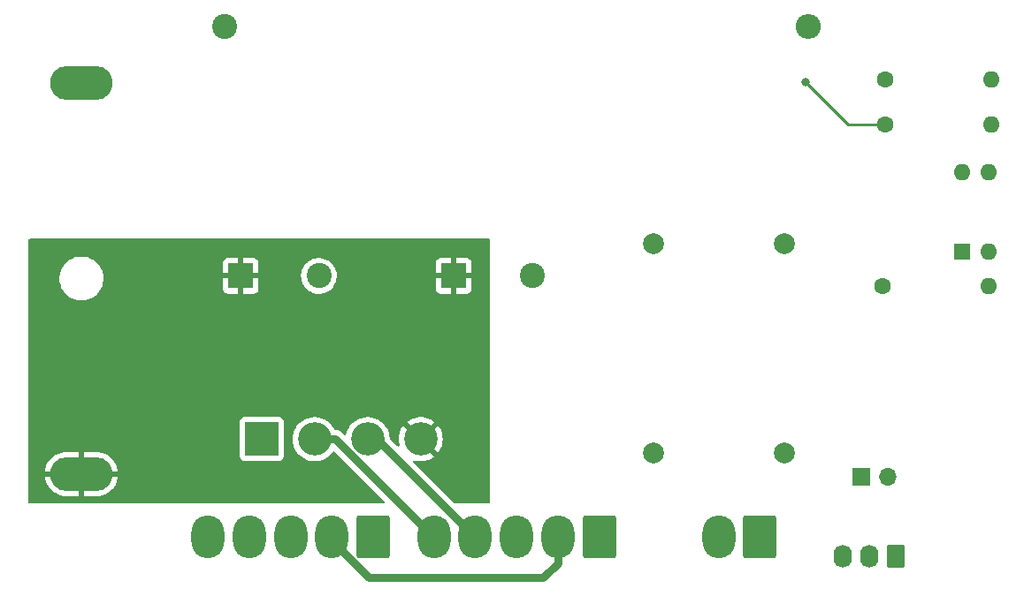
<source format=gbr>
%TF.GenerationSoftware,KiCad,Pcbnew,(6.0.1)*%
%TF.CreationDate,2022-01-30T10:49:48+01:00*%
%TF.ProjectId,board_shakercontrol,626f6172-645f-4736-9861-6b6572636f6e,rev?*%
%TF.SameCoordinates,Original*%
%TF.FileFunction,Copper,L2,Bot*%
%TF.FilePolarity,Positive*%
%FSLAX46Y46*%
G04 Gerber Fmt 4.6, Leading zero omitted, Abs format (unit mm)*
G04 Created by KiCad (PCBNEW (6.0.1)) date 2022-01-30 10:49:48*
%MOMM*%
%LPD*%
G01*
G04 APERTURE LIST*
G04 Aperture macros list*
%AMRoundRect*
0 Rectangle with rounded corners*
0 $1 Rounding radius*
0 $2 $3 $4 $5 $6 $7 $8 $9 X,Y pos of 4 corners*
0 Add a 4 corners polygon primitive as box body*
4,1,4,$2,$3,$4,$5,$6,$7,$8,$9,$2,$3,0*
0 Add four circle primitives for the rounded corners*
1,1,$1+$1,$2,$3*
1,1,$1+$1,$4,$5*
1,1,$1+$1,$6,$7*
1,1,$1+$1,$8,$9*
0 Add four rect primitives between the rounded corners*
20,1,$1+$1,$2,$3,$4,$5,0*
20,1,$1+$1,$4,$5,$6,$7,0*
20,1,$1+$1,$6,$7,$8,$9,0*
20,1,$1+$1,$8,$9,$2,$3,0*%
G04 Aperture macros list end*
%TA.AperFunction,ComponentPad*%
%ADD10C,1.600000*%
%TD*%
%TA.AperFunction,ComponentPad*%
%ADD11O,1.600000X1.600000*%
%TD*%
%TA.AperFunction,ComponentPad*%
%ADD12R,3.200000X3.200000*%
%TD*%
%TA.AperFunction,ComponentPad*%
%ADD13C,3.200000*%
%TD*%
%TA.AperFunction,ComponentPad*%
%ADD14O,6.000000X3.250000*%
%TD*%
%TA.AperFunction,ComponentPad*%
%ADD15R,2.400000X2.400000*%
%TD*%
%TA.AperFunction,ComponentPad*%
%ADD16C,2.400000*%
%TD*%
%TA.AperFunction,ComponentPad*%
%ADD17O,2.400000X2.400000*%
%TD*%
%TA.AperFunction,ComponentPad*%
%ADD18RoundRect,0.250000X0.620000X0.845000X-0.620000X0.845000X-0.620000X-0.845000X0.620000X-0.845000X0*%
%TD*%
%TA.AperFunction,ComponentPad*%
%ADD19O,1.740000X2.190000*%
%TD*%
%TA.AperFunction,ComponentPad*%
%ADD20RoundRect,0.250000X1.330000X1.800000X-1.330000X1.800000X-1.330000X-1.800000X1.330000X-1.800000X0*%
%TD*%
%TA.AperFunction,ComponentPad*%
%ADD21O,3.160000X4.100000*%
%TD*%
%TA.AperFunction,ComponentPad*%
%ADD22R,1.600000X1.600000*%
%TD*%
%TA.AperFunction,ComponentPad*%
%ADD23R,1.700000X1.700000*%
%TD*%
%TA.AperFunction,ComponentPad*%
%ADD24O,1.700000X1.700000*%
%TD*%
%TA.AperFunction,ComponentPad*%
%ADD25C,2.000000*%
%TD*%
%TA.AperFunction,ViaPad*%
%ADD26C,0.800000*%
%TD*%
%TA.AperFunction,Conductor*%
%ADD27C,0.762000*%
%TD*%
%TA.AperFunction,Conductor*%
%ADD28C,0.254000*%
%TD*%
G04 APERTURE END LIST*
D10*
%TO.P,R1,1*%
%TO.N,GND*%
X133604000Y-70358000D03*
D11*
%TO.P,R1,2*%
%TO.N,Net-(R1-Pad2)*%
X143764000Y-70358000D03*
%TD*%
D12*
%TO.P,D1,1,-*%
%TO.N,GND*%
X74138000Y-84994000D03*
D13*
%TO.P,D1,2*%
%TO.N,/16VAC2*%
X79218000Y-84994000D03*
%TO.P,D1,3*%
%TO.N,/16VAC1*%
X84298000Y-84994000D03*
%TO.P,D1,4,+*%
%TO.N,/VIN*%
X89378000Y-84994000D03*
%TD*%
D14*
%TO.P,F1,1*%
%TO.N,/VIN*%
X56896000Y-88346000D03*
%TO.P,F1,2*%
%TO.N,VCC*%
X56896000Y-50846000D03*
%TD*%
D10*
%TO.P,R3,1*%
%TO.N,Net-(Q1-Pad1)*%
X133858000Y-54864000D03*
D11*
%TO.P,R3,2*%
%TO.N,GND*%
X144018000Y-54864000D03*
%TD*%
D15*
%TO.P,C1,1*%
%TO.N,/VIN*%
X92534220Y-69342000D03*
D16*
%TO.P,C1,2*%
%TO.N,GND*%
X100034220Y-69342000D03*
%TD*%
%TO.P,R4,1*%
%TO.N,VCC*%
X70612000Y-45466000D03*
D17*
%TO.P,R4,2*%
%TO.N,Net-(L1-Pad1)*%
X126492000Y-45466000D03*
%TD*%
D18*
%TO.P,J3,1,Pin_1*%
%TO.N,GND*%
X134874000Y-96246000D03*
D19*
%TO.P,J3,2,Pin_2*%
%TO.N,Net-(J3-Pad2)*%
X132334000Y-96246000D03*
%TO.P,J3,3,Pin_3*%
%TO.N,Net-(J3-Pad3)*%
X129794000Y-96246000D03*
%TD*%
D20*
%TO.P,J1,1,Pin_1*%
%TO.N,Net-(J1-Pad1)*%
X106472000Y-94383000D03*
D21*
%TO.P,J1,2,Pin_2*%
%TO.N,Net-(J1-Pad2)*%
X102512000Y-94383000D03*
%TO.P,J1,3,Pin_3*%
%TO.N,Net-(J1-Pad3)*%
X98552000Y-94383000D03*
%TO.P,J1,4,Pin_4*%
%TO.N,/16VAC1*%
X94592000Y-94383000D03*
%TO.P,J1,5,Pin_5*%
%TO.N,/16VAC2*%
X90632000Y-94383000D03*
%TD*%
D22*
%TO.P,U2,1*%
%TO.N,Net-(J3-Pad2)*%
X141224000Y-67056000D03*
D11*
%TO.P,U2,2*%
%TO.N,Net-(R1-Pad2)*%
X143764000Y-67056000D03*
%TO.P,U2,3*%
%TO.N,GND*%
X143764000Y-59436000D03*
%TO.P,U2,4*%
%TO.N,Net-(Q1-Pad1)*%
X141224000Y-59436000D03*
%TD*%
D10*
%TO.P,R2,1*%
%TO.N,VCC*%
X133858000Y-50546000D03*
D11*
%TO.P,R2,2*%
%TO.N,Net-(Q1-Pad1)*%
X144018000Y-50546000D03*
%TD*%
D23*
%TO.P,JP1,1,A*%
%TO.N,Net-(J3-Pad3)*%
X131567000Y-88646000D03*
D24*
%TO.P,JP1,2,B*%
%TO.N,+5V*%
X134107000Y-88646000D03*
%TD*%
D20*
%TO.P,J2,1,Pin_1*%
%TO.N,Net-(J1-Pad1)*%
X84836000Y-94383000D03*
D21*
%TO.P,J2,2,Pin_2*%
%TO.N,Net-(J1-Pad2)*%
X80876000Y-94383000D03*
%TO.P,J2,3,Pin_3*%
%TO.N,Net-(J1-Pad3)*%
X76916000Y-94383000D03*
%TO.P,J2,4,Pin_4*%
%TO.N,/16VAC1*%
X72956000Y-94383000D03*
%TO.P,J2,5,Pin_5*%
%TO.N,/16VAC2*%
X68996000Y-94383000D03*
%TD*%
D20*
%TO.P,J4,1,Pin_1*%
%TO.N,Net-(J4-Pad1)*%
X121868000Y-94383000D03*
D21*
%TO.P,J4,2,Pin_2*%
%TO.N,Net-(J4-Pad2)*%
X117908000Y-94383000D03*
%TD*%
D25*
%TO.P,L1,1,1*%
%TO.N,Net-(L1-Pad1)*%
X124206000Y-66294005D03*
%TO.P,L1,2,2*%
%TO.N,Net-(L1-Pad2)*%
X111706000Y-66294005D03*
%TO.P,L1,3,3*%
%TO.N,Net-(J4-Pad2)*%
X111706000Y-86294005D03*
%TO.P,L1,4,4*%
%TO.N,Net-(J4-Pad1)*%
X124206000Y-86294005D03*
%TD*%
D15*
%TO.P,C2,1*%
%TO.N,/VIN*%
X72136000Y-69342000D03*
D16*
%TO.P,C2,2*%
%TO.N,GND*%
X79636000Y-69342000D03*
%TD*%
D26*
%TO.N,Net-(Q1-Pad1)*%
X126238000Y-50800000D03*
%TD*%
D27*
%TO.N,Net-(J1-Pad2)*%
X80876000Y-94727532D02*
X84446468Y-98298000D01*
X80876000Y-94383000D02*
X80876000Y-94727532D01*
X84446468Y-98298000D02*
X101092000Y-98298000D01*
X101092000Y-98298000D02*
X102512000Y-96878000D01*
X102512000Y-96878000D02*
X102512000Y-94383000D01*
D28*
%TO.N,Net-(Q1-Pad1)*%
X130302000Y-54864000D02*
X133858000Y-54864000D01*
X126238000Y-50800000D02*
X130302000Y-54864000D01*
D27*
%TO.N,/16VAC1*%
X85203000Y-84994000D02*
X94592000Y-94383000D01*
X84298000Y-84994000D02*
X85203000Y-84994000D01*
%TO.N,/16VAC2*%
X79218000Y-84994000D02*
X81184000Y-84994000D01*
X90573000Y-94383000D02*
X90632000Y-94383000D01*
X81184000Y-84994000D02*
X90573000Y-94383000D01*
%TD*%
%TA.AperFunction,Conductor*%
%TO.N,/VIN*%
G36*
X95954121Y-65806002D02*
G01*
X96000614Y-65859658D01*
X96012000Y-65912000D01*
X96012000Y-91060000D01*
X95991998Y-91128121D01*
X95938342Y-91174614D01*
X95886000Y-91186000D01*
X92705133Y-91186000D01*
X92637012Y-91165998D01*
X92616038Y-91149095D01*
X88707926Y-87240983D01*
X88673900Y-87178671D01*
X88678965Y-87107856D01*
X88721512Y-87051020D01*
X88788032Y-87026209D01*
X88832808Y-87031077D01*
X88912971Y-87054823D01*
X88921318Y-87056689D01*
X89196954Y-87098867D01*
X89205487Y-87099583D01*
X89484291Y-87103963D01*
X89492842Y-87103514D01*
X89769659Y-87070016D01*
X89778073Y-87068411D01*
X90047786Y-86997654D01*
X90055902Y-86994923D01*
X90313521Y-86888213D01*
X90321183Y-86884410D01*
X90561933Y-86743727D01*
X90569020Y-86738910D01*
X90663883Y-86664529D01*
X90672353Y-86652670D01*
X90665836Y-86641046D01*
X89019922Y-84995132D01*
X89742408Y-84995132D01*
X89742539Y-84996965D01*
X89746790Y-85003580D01*
X91025264Y-86282054D01*
X91037474Y-86288721D01*
X91048973Y-86280032D01*
X91159464Y-86129617D01*
X91164048Y-86122393D01*
X91297099Y-85877346D01*
X91300667Y-85869553D01*
X91399227Y-85608721D01*
X91401704Y-85600515D01*
X91463954Y-85328718D01*
X91465294Y-85320257D01*
X91490243Y-85040715D01*
X91490489Y-85035776D01*
X91490900Y-84996485D01*
X91490757Y-84991519D01*
X91471669Y-84711520D01*
X91470508Y-84703046D01*
X91413962Y-84429998D01*
X91411658Y-84421744D01*
X91318579Y-84158897D01*
X91315183Y-84151049D01*
X91187286Y-83903254D01*
X91182858Y-83895942D01*
X91049812Y-83706636D01*
X91039290Y-83698256D01*
X91025902Y-83705308D01*
X89750022Y-84981188D01*
X89742408Y-84995132D01*
X89019922Y-84995132D01*
X87730160Y-83705370D01*
X87718150Y-83698811D01*
X87706410Y-83707779D01*
X87584748Y-83877091D01*
X87580226Y-83884385D01*
X87449757Y-84130799D01*
X87446271Y-84138627D01*
X87350446Y-84400481D01*
X87348057Y-84408704D01*
X87288654Y-84681151D01*
X87287405Y-84689607D01*
X87265526Y-84967604D01*
X87265437Y-84976154D01*
X87281488Y-85254533D01*
X87282561Y-85263033D01*
X87336244Y-85536652D01*
X87336293Y-85536837D01*
X87336292Y-85536897D01*
X87337070Y-85540865D01*
X87336193Y-85541037D01*
X87334607Y-85607814D01*
X87294816Y-85666612D01*
X87229553Y-85694563D01*
X87159539Y-85682793D01*
X87125493Y-85658550D01*
X86441204Y-84974261D01*
X86407178Y-84911949D01*
X86404591Y-84893736D01*
X86392165Y-84711452D01*
X86392164Y-84711446D01*
X86391873Y-84707175D01*
X86387336Y-84685264D01*
X86334443Y-84429855D01*
X86333574Y-84425658D01*
X86237607Y-84154657D01*
X86105750Y-83899188D01*
X86095347Y-83884385D01*
X86023096Y-83781583D01*
X85940441Y-83663977D01*
X85744740Y-83453378D01*
X85600549Y-83335359D01*
X88083442Y-83335359D01*
X88089837Y-83346627D01*
X89365188Y-84621978D01*
X89379132Y-84629592D01*
X89380965Y-84629461D01*
X89387580Y-84625210D01*
X90665667Y-83347123D01*
X90672858Y-83333954D01*
X90665535Y-83323716D01*
X90605298Y-83274413D01*
X90598326Y-83269457D01*
X90360560Y-83123754D01*
X90352990Y-83119796D01*
X90097657Y-83007714D01*
X90089597Y-83004812D01*
X89821432Y-82928424D01*
X89813054Y-82926642D01*
X89536998Y-82887353D01*
X89528451Y-82886726D01*
X89249614Y-82885265D01*
X89241081Y-82885802D01*
X88964622Y-82922200D01*
X88956221Y-82923894D01*
X88687274Y-82997469D01*
X88679179Y-83000288D01*
X88422694Y-83109688D01*
X88415071Y-83113572D01*
X88175809Y-83256767D01*
X88168771Y-83261658D01*
X88091912Y-83323233D01*
X88083442Y-83335359D01*
X85600549Y-83335359D01*
X85522268Y-83271287D01*
X85277142Y-83121073D01*
X85259048Y-83113130D01*
X85017830Y-83007243D01*
X85013898Y-83005517D01*
X84995542Y-83000288D01*
X84784717Y-82940233D01*
X84737406Y-82926756D01*
X84514477Y-82895029D01*
X84457036Y-82886854D01*
X84457034Y-82886854D01*
X84452784Y-82886249D01*
X84448495Y-82886227D01*
X84448488Y-82886226D01*
X84169583Y-82884765D01*
X84169576Y-82884765D01*
X84165297Y-82884743D01*
X84161053Y-82885302D01*
X84161049Y-82885302D01*
X84035660Y-82901810D01*
X83880266Y-82922268D01*
X83876126Y-82923401D01*
X83876124Y-82923401D01*
X83857763Y-82928424D01*
X83602964Y-82998129D01*
X83599016Y-82999813D01*
X83342476Y-83109237D01*
X83342472Y-83109239D01*
X83338524Y-83110923D01*
X83289758Y-83140109D01*
X83095521Y-83256357D01*
X83095517Y-83256360D01*
X83091839Y-83258561D01*
X82867472Y-83438313D01*
X82669577Y-83646851D01*
X82501814Y-83880317D01*
X82367288Y-84134392D01*
X82268489Y-84404373D01*
X82267575Y-84408565D01*
X82243121Y-84520722D01*
X82209066Y-84583018D01*
X82146738Y-84617013D01*
X82075925Y-84611915D01*
X82030918Y-84582975D01*
X81869489Y-84421546D01*
X81856652Y-84406518D01*
X81848669Y-84395530D01*
X81798937Y-84350751D01*
X81794153Y-84346210D01*
X81780006Y-84332063D01*
X81764446Y-84319463D01*
X81759425Y-84315175D01*
X81714619Y-84274830D01*
X81714615Y-84274827D01*
X81709715Y-84270415D01*
X81704005Y-84267119D01*
X81704002Y-84267116D01*
X81697955Y-84263625D01*
X81681670Y-84252432D01*
X81671125Y-84243893D01*
X81611520Y-84213523D01*
X81605724Y-84210376D01*
X81599975Y-84207057D01*
X81547785Y-84176925D01*
X81534875Y-84172730D01*
X81516616Y-84165167D01*
X81504524Y-84159006D01*
X81439906Y-84141691D01*
X81433582Y-84139818D01*
X81405196Y-84130595D01*
X81369956Y-84119145D01*
X81363389Y-84118455D01*
X81363385Y-84118454D01*
X81357712Y-84117858D01*
X81356470Y-84117728D01*
X81337028Y-84114125D01*
X81323915Y-84110611D01*
X81317318Y-84110265D01*
X81317316Y-84110265D01*
X81257113Y-84107110D01*
X81250539Y-84106593D01*
X81233895Y-84104844D01*
X81233891Y-84104844D01*
X81230620Y-84104500D01*
X81210593Y-84104500D01*
X81204008Y-84104328D01*
X81201816Y-84104213D01*
X81134838Y-84080668D01*
X81096455Y-84036176D01*
X81027715Y-83902995D01*
X81027715Y-83902994D01*
X81025750Y-83899188D01*
X81015347Y-83884385D01*
X80943096Y-83781583D01*
X80860441Y-83663977D01*
X80664740Y-83453378D01*
X80442268Y-83271287D01*
X80197142Y-83121073D01*
X80179048Y-83113130D01*
X79937830Y-83007243D01*
X79933898Y-83005517D01*
X79915542Y-83000288D01*
X79704717Y-82940233D01*
X79657406Y-82926756D01*
X79434477Y-82895029D01*
X79377036Y-82886854D01*
X79377034Y-82886854D01*
X79372784Y-82886249D01*
X79368495Y-82886227D01*
X79368488Y-82886226D01*
X79089583Y-82884765D01*
X79089576Y-82884765D01*
X79085297Y-82884743D01*
X79081053Y-82885302D01*
X79081049Y-82885302D01*
X78955660Y-82901810D01*
X78800266Y-82922268D01*
X78796126Y-82923401D01*
X78796124Y-82923401D01*
X78777763Y-82928424D01*
X78522964Y-82998129D01*
X78519016Y-82999813D01*
X78262476Y-83109237D01*
X78262472Y-83109239D01*
X78258524Y-83110923D01*
X78209758Y-83140109D01*
X78015521Y-83256357D01*
X78015517Y-83256360D01*
X78011839Y-83258561D01*
X77787472Y-83438313D01*
X77589577Y-83646851D01*
X77421814Y-83880317D01*
X77287288Y-84134392D01*
X77188489Y-84404373D01*
X77127245Y-84685264D01*
X77104689Y-84971869D01*
X77121238Y-85258883D01*
X77122063Y-85263088D01*
X77122064Y-85263096D01*
X77133279Y-85320257D01*
X77176586Y-85540995D01*
X77177973Y-85545045D01*
X77177974Y-85545050D01*
X77229164Y-85694563D01*
X77269710Y-85812986D01*
X77398885Y-86069822D01*
X77561721Y-86306750D01*
X77755206Y-86519388D01*
X77758501Y-86522143D01*
X77758502Y-86522144D01*
X77966983Y-86696460D01*
X77975759Y-86703798D01*
X78219298Y-86856571D01*
X78481318Y-86974877D01*
X78485437Y-86976097D01*
X78752857Y-87055311D01*
X78752862Y-87055312D01*
X78756970Y-87056529D01*
X78761204Y-87057177D01*
X78761209Y-87057178D01*
X78969169Y-87089000D01*
X79041153Y-87100015D01*
X79187485Y-87102314D01*
X79324317Y-87104464D01*
X79324323Y-87104464D01*
X79328608Y-87104531D01*
X79332860Y-87104016D01*
X79332868Y-87104016D01*
X79609756Y-87070508D01*
X79609761Y-87070507D01*
X79614017Y-87069992D01*
X79710748Y-87044615D01*
X79887954Y-86998126D01*
X79887955Y-86998126D01*
X79892097Y-86997039D01*
X80157704Y-86887021D01*
X80405922Y-86741974D01*
X80632159Y-86564582D01*
X80668644Y-86526933D01*
X80796626Y-86394865D01*
X80832227Y-86358128D01*
X80867637Y-86309924D01*
X80939291Y-86212378D01*
X80995739Y-86169319D01*
X81066506Y-86163613D01*
X81129933Y-86197876D01*
X85902962Y-90970905D01*
X85936988Y-91033217D01*
X85931923Y-91104032D01*
X85889376Y-91160868D01*
X85822856Y-91185679D01*
X85813867Y-91186000D01*
X51942000Y-91186000D01*
X51873879Y-91165998D01*
X51827386Y-91112342D01*
X51816000Y-91060000D01*
X51816000Y-88617583D01*
X53405316Y-88617583D01*
X53424636Y-88764332D01*
X53426329Y-88772730D01*
X53500806Y-89044973D01*
X53503622Y-89053060D01*
X53614356Y-89312672D01*
X53618249Y-89320311D01*
X53763191Y-89562491D01*
X53768082Y-89569529D01*
X53944546Y-89789792D01*
X53950353Y-89796108D01*
X54155089Y-89990395D01*
X54161682Y-89995848D01*
X54390888Y-90160550D01*
X54398173Y-90165067D01*
X54647607Y-90297135D01*
X54655435Y-90300621D01*
X54920497Y-90397620D01*
X54928708Y-90400006D01*
X55204487Y-90460135D01*
X55212949Y-90461384D01*
X55434316Y-90478807D01*
X55439241Y-90479000D01*
X56623885Y-90479000D01*
X56639124Y-90474525D01*
X56640329Y-90473135D01*
X56642000Y-90465452D01*
X56642000Y-90460885D01*
X57150000Y-90460885D01*
X57154475Y-90476124D01*
X57155865Y-90477329D01*
X57163548Y-90479000D01*
X58341960Y-90479000D01*
X58346255Y-90478854D01*
X58556881Y-90464495D01*
X58565355Y-90463334D01*
X58841740Y-90406097D01*
X58849994Y-90403793D01*
X59116055Y-90309576D01*
X59123903Y-90306180D01*
X59374720Y-90176723D01*
X59382047Y-90172285D01*
X59612961Y-90009997D01*
X59619625Y-90004601D01*
X59826380Y-89812472D01*
X59832239Y-89806232D01*
X60011014Y-89587812D01*
X60015969Y-89580840D01*
X60163453Y-89340170D01*
X60167410Y-89332600D01*
X60280863Y-89074145D01*
X60283765Y-89066085D01*
X60361087Y-88794642D01*
X60362869Y-88786264D01*
X60386825Y-88617936D01*
X60384794Y-88603949D01*
X60371309Y-88600000D01*
X57168115Y-88600000D01*
X57152876Y-88604475D01*
X57151671Y-88605865D01*
X57150000Y-88613548D01*
X57150000Y-90460885D01*
X56642000Y-90460885D01*
X56642000Y-88618115D01*
X56637525Y-88602876D01*
X56636135Y-88601671D01*
X56628452Y-88600000D01*
X53421116Y-88600000D01*
X53407345Y-88604044D01*
X53405316Y-88617583D01*
X51816000Y-88617583D01*
X51816000Y-88074064D01*
X53405175Y-88074064D01*
X53407206Y-88088051D01*
X53420691Y-88092000D01*
X56623885Y-88092000D01*
X56639124Y-88087525D01*
X56640329Y-88086135D01*
X56642000Y-88078452D01*
X56642000Y-88073885D01*
X57150000Y-88073885D01*
X57154475Y-88089124D01*
X57155865Y-88090329D01*
X57163548Y-88092000D01*
X60370884Y-88092000D01*
X60384655Y-88087956D01*
X60386684Y-88074417D01*
X60367364Y-87927668D01*
X60365671Y-87919270D01*
X60291194Y-87647027D01*
X60288378Y-87638940D01*
X60177644Y-87379328D01*
X60173751Y-87371689D01*
X60028809Y-87129509D01*
X60023918Y-87122471D01*
X59847454Y-86902208D01*
X59841647Y-86895892D01*
X59636911Y-86701605D01*
X59630318Y-86696152D01*
X59555144Y-86642134D01*
X72029500Y-86642134D01*
X72036255Y-86704316D01*
X72087385Y-86840705D01*
X72174739Y-86957261D01*
X72291295Y-87044615D01*
X72427684Y-87095745D01*
X72489866Y-87102500D01*
X75786134Y-87102500D01*
X75848316Y-87095745D01*
X75984705Y-87044615D01*
X76101261Y-86957261D01*
X76188615Y-86840705D01*
X76239745Y-86704316D01*
X76246500Y-86642134D01*
X76246500Y-83345866D01*
X76239745Y-83283684D01*
X76188615Y-83147295D01*
X76101261Y-83030739D01*
X75984705Y-82943385D01*
X75848316Y-82892255D01*
X75786134Y-82885500D01*
X72489866Y-82885500D01*
X72427684Y-82892255D01*
X72291295Y-82943385D01*
X72174739Y-83030739D01*
X72087385Y-83147295D01*
X72036255Y-83283684D01*
X72029500Y-83345866D01*
X72029500Y-86642134D01*
X59555144Y-86642134D01*
X59401112Y-86531450D01*
X59393827Y-86526933D01*
X59144393Y-86394865D01*
X59136565Y-86391379D01*
X58871503Y-86294380D01*
X58863292Y-86291994D01*
X58587513Y-86231865D01*
X58579051Y-86230616D01*
X58357684Y-86213193D01*
X58352758Y-86213000D01*
X57168115Y-86213000D01*
X57152876Y-86217475D01*
X57151671Y-86218865D01*
X57150000Y-86226548D01*
X57150000Y-88073885D01*
X56642000Y-88073885D01*
X56642000Y-86231115D01*
X56637525Y-86215876D01*
X56636135Y-86214671D01*
X56628452Y-86213000D01*
X55450041Y-86213000D01*
X55445745Y-86213146D01*
X55235119Y-86227505D01*
X55226645Y-86228666D01*
X54950260Y-86285903D01*
X54942006Y-86288207D01*
X54675945Y-86382424D01*
X54668097Y-86385820D01*
X54417280Y-86515277D01*
X54409953Y-86519715D01*
X54179039Y-86682003D01*
X54172375Y-86687399D01*
X53965620Y-86879528D01*
X53959761Y-86885768D01*
X53780986Y-87104188D01*
X53776031Y-87111160D01*
X53628547Y-87351830D01*
X53624590Y-87359400D01*
X53511137Y-87617855D01*
X53508235Y-87625915D01*
X53430913Y-87897358D01*
X53429131Y-87905736D01*
X53405175Y-88074064D01*
X51816000Y-88074064D01*
X51816000Y-69728703D01*
X54786743Y-69728703D01*
X54787302Y-69732947D01*
X54787302Y-69732951D01*
X54803810Y-69858340D01*
X54824268Y-70013734D01*
X54900129Y-70291036D01*
X54901813Y-70294984D01*
X54974767Y-70466020D01*
X55012923Y-70555476D01*
X55035672Y-70593486D01*
X55157551Y-70797131D01*
X55160561Y-70802161D01*
X55340313Y-71026528D01*
X55548851Y-71224423D01*
X55782317Y-71392186D01*
X55786112Y-71394195D01*
X55786113Y-71394196D01*
X55807869Y-71405715D01*
X56036392Y-71526712D01*
X56306373Y-71625511D01*
X56587264Y-71686755D01*
X56615841Y-71689004D01*
X56810282Y-71704307D01*
X56810291Y-71704307D01*
X56812739Y-71704500D01*
X56968271Y-71704500D01*
X56970407Y-71704354D01*
X56970418Y-71704354D01*
X57178548Y-71690165D01*
X57178554Y-71690164D01*
X57182825Y-71689873D01*
X57187020Y-71689004D01*
X57187022Y-71689004D01*
X57323583Y-71660724D01*
X57464342Y-71631574D01*
X57735343Y-71535607D01*
X57990812Y-71403750D01*
X57994313Y-71401289D01*
X57994317Y-71401287D01*
X58108418Y-71321095D01*
X58226023Y-71238441D01*
X58424787Y-71053738D01*
X58433479Y-71045661D01*
X58433481Y-71045658D01*
X58436622Y-71042740D01*
X58618713Y-70820268D01*
X58761863Y-70586669D01*
X70428001Y-70586669D01*
X70428371Y-70593490D01*
X70433895Y-70644352D01*
X70437521Y-70659604D01*
X70482676Y-70780054D01*
X70491214Y-70795649D01*
X70567715Y-70897724D01*
X70580276Y-70910285D01*
X70682351Y-70986786D01*
X70697946Y-70995324D01*
X70818394Y-71040478D01*
X70833649Y-71044105D01*
X70884514Y-71049631D01*
X70891328Y-71050000D01*
X71863885Y-71050000D01*
X71879124Y-71045525D01*
X71880329Y-71044135D01*
X71882000Y-71036452D01*
X71882000Y-71031884D01*
X72390000Y-71031884D01*
X72394475Y-71047123D01*
X72395865Y-71048328D01*
X72403548Y-71049999D01*
X73380669Y-71049999D01*
X73387490Y-71049629D01*
X73438352Y-71044105D01*
X73453604Y-71040479D01*
X73574054Y-70995324D01*
X73589649Y-70986786D01*
X73691724Y-70910285D01*
X73704285Y-70897724D01*
X73780786Y-70795649D01*
X73789324Y-70780054D01*
X73834478Y-70659606D01*
X73838105Y-70644351D01*
X73843631Y-70593486D01*
X73844000Y-70586672D01*
X73844000Y-69614115D01*
X73839525Y-69598876D01*
X73838135Y-69597671D01*
X73830452Y-69596000D01*
X72408115Y-69596000D01*
X72392876Y-69600475D01*
X72391671Y-69601865D01*
X72390000Y-69609548D01*
X72390000Y-71031884D01*
X71882000Y-71031884D01*
X71882000Y-69614115D01*
X71877525Y-69598876D01*
X71876135Y-69597671D01*
X71868452Y-69596000D01*
X70446116Y-69596000D01*
X70430877Y-69600475D01*
X70429672Y-69601865D01*
X70428001Y-69609548D01*
X70428001Y-70586669D01*
X58761863Y-70586669D01*
X58768927Y-70575142D01*
X58772488Y-70567031D01*
X58882757Y-70315830D01*
X58884483Y-70311898D01*
X58963244Y-70035406D01*
X59003751Y-69750784D01*
X59003845Y-69732951D01*
X59005235Y-69467583D01*
X59005235Y-69467576D01*
X59005257Y-69463297D01*
X58983383Y-69297151D01*
X77923296Y-69297151D01*
X77935480Y-69550798D01*
X77945638Y-69601865D01*
X77976106Y-69755036D01*
X77985021Y-69799857D01*
X77986600Y-69804255D01*
X77986602Y-69804262D01*
X78061811Y-70013734D01*
X78070831Y-70038858D01*
X78191025Y-70262551D01*
X78193820Y-70266294D01*
X78193822Y-70266297D01*
X78340171Y-70462282D01*
X78340176Y-70462288D01*
X78342963Y-70466020D01*
X78346272Y-70469300D01*
X78346277Y-70469306D01*
X78471546Y-70593486D01*
X78523307Y-70644797D01*
X78527069Y-70647555D01*
X78527072Y-70647558D01*
X78632764Y-70725054D01*
X78728094Y-70794953D01*
X78732229Y-70797129D01*
X78732233Y-70797131D01*
X78782516Y-70823586D01*
X78952827Y-70913191D01*
X79087160Y-70960102D01*
X79188021Y-70995324D01*
X79192568Y-70996912D01*
X79442050Y-71044278D01*
X79562532Y-71049011D01*
X79691125Y-71054064D01*
X79691130Y-71054064D01*
X79695793Y-71054247D01*
X79794774Y-71043407D01*
X79943569Y-71027112D01*
X79943575Y-71027111D01*
X79948222Y-71026602D01*
X80057680Y-70997784D01*
X80189273Y-70963138D01*
X80193793Y-70961948D01*
X80343280Y-70897724D01*
X80422807Y-70863557D01*
X80422810Y-70863555D01*
X80427110Y-70861708D01*
X80431090Y-70859245D01*
X80431094Y-70859243D01*
X80639064Y-70730547D01*
X80639066Y-70730545D01*
X80643047Y-70728082D01*
X80646624Y-70725054D01*
X80810092Y-70586669D01*
X90826221Y-70586669D01*
X90826591Y-70593490D01*
X90832115Y-70644352D01*
X90835741Y-70659604D01*
X90880896Y-70780054D01*
X90889434Y-70795649D01*
X90965935Y-70897724D01*
X90978496Y-70910285D01*
X91080571Y-70986786D01*
X91096166Y-70995324D01*
X91216614Y-71040478D01*
X91231869Y-71044105D01*
X91282734Y-71049631D01*
X91289548Y-71050000D01*
X92262105Y-71050000D01*
X92277344Y-71045525D01*
X92278549Y-71044135D01*
X92280220Y-71036452D01*
X92280220Y-71031884D01*
X92788220Y-71031884D01*
X92792695Y-71047123D01*
X92794085Y-71048328D01*
X92801768Y-71049999D01*
X93778889Y-71049999D01*
X93785710Y-71049629D01*
X93836572Y-71044105D01*
X93851824Y-71040479D01*
X93972274Y-70995324D01*
X93987869Y-70986786D01*
X94089944Y-70910285D01*
X94102505Y-70897724D01*
X94179006Y-70795649D01*
X94187544Y-70780054D01*
X94232698Y-70659606D01*
X94236325Y-70644351D01*
X94241851Y-70593486D01*
X94242220Y-70586672D01*
X94242220Y-69614115D01*
X94237745Y-69598876D01*
X94236355Y-69597671D01*
X94228672Y-69596000D01*
X92806335Y-69596000D01*
X92791096Y-69600475D01*
X92789891Y-69601865D01*
X92788220Y-69609548D01*
X92788220Y-71031884D01*
X92280220Y-71031884D01*
X92280220Y-69614115D01*
X92275745Y-69598876D01*
X92274355Y-69597671D01*
X92266672Y-69596000D01*
X90844336Y-69596000D01*
X90829097Y-69600475D01*
X90827892Y-69601865D01*
X90826221Y-69609548D01*
X90826221Y-70586669D01*
X80810092Y-70586669D01*
X80833289Y-70567031D01*
X80833291Y-70567029D01*
X80836862Y-70564006D01*
X81004295Y-70373084D01*
X81046307Y-70307770D01*
X81139141Y-70163442D01*
X81141669Y-70159512D01*
X81245967Y-69927980D01*
X81314896Y-69683575D01*
X81345182Y-69445512D01*
X81346545Y-69434798D01*
X81346545Y-69434792D01*
X81346943Y-69431667D01*
X81349291Y-69342000D01*
X81337440Y-69182522D01*
X81330818Y-69093411D01*
X81330817Y-69093407D01*
X81330472Y-69088759D01*
X81328974Y-69082135D01*
X81326202Y-69069885D01*
X90826220Y-69069885D01*
X90830695Y-69085124D01*
X90832085Y-69086329D01*
X90839768Y-69088000D01*
X92262105Y-69088000D01*
X92277344Y-69083525D01*
X92278549Y-69082135D01*
X92280220Y-69074452D01*
X92280220Y-69069885D01*
X92788220Y-69069885D01*
X92792695Y-69085124D01*
X92794085Y-69086329D01*
X92801768Y-69088000D01*
X94224104Y-69088000D01*
X94239343Y-69083525D01*
X94240548Y-69082135D01*
X94242219Y-69074452D01*
X94242219Y-68097331D01*
X94241849Y-68090510D01*
X94236325Y-68039648D01*
X94232699Y-68024396D01*
X94187544Y-67903946D01*
X94179006Y-67888351D01*
X94102505Y-67786276D01*
X94089944Y-67773715D01*
X93987869Y-67697214D01*
X93972274Y-67688676D01*
X93851826Y-67643522D01*
X93836571Y-67639895D01*
X93785706Y-67634369D01*
X93778892Y-67634000D01*
X92806335Y-67634000D01*
X92791096Y-67638475D01*
X92789891Y-67639865D01*
X92788220Y-67647548D01*
X92788220Y-69069885D01*
X92280220Y-69069885D01*
X92280220Y-67652116D01*
X92275745Y-67636877D01*
X92274355Y-67635672D01*
X92266672Y-67634001D01*
X91289551Y-67634001D01*
X91282730Y-67634371D01*
X91231868Y-67639895D01*
X91216616Y-67643521D01*
X91096166Y-67688676D01*
X91080571Y-67697214D01*
X90978496Y-67773715D01*
X90965935Y-67786276D01*
X90889434Y-67888351D01*
X90880896Y-67903946D01*
X90835742Y-68024394D01*
X90832115Y-68039649D01*
X90826589Y-68090514D01*
X90826220Y-68097328D01*
X90826220Y-69069885D01*
X81326202Y-69069885D01*
X81275459Y-68845639D01*
X81274428Y-68841082D01*
X81182391Y-68604409D01*
X81161866Y-68568498D01*
X81058702Y-68387997D01*
X81058700Y-68387995D01*
X81056383Y-68383940D01*
X80899171Y-68184517D01*
X80728957Y-68024396D01*
X80717610Y-68013722D01*
X80717608Y-68013720D01*
X80714209Y-68010523D01*
X80656555Y-67970527D01*
X80509393Y-67868437D01*
X80509390Y-67868435D01*
X80505561Y-67865779D01*
X80501384Y-67863719D01*
X80501377Y-67863715D01*
X80281996Y-67755528D01*
X80281992Y-67755527D01*
X80277810Y-67753464D01*
X80035960Y-67676047D01*
X80031355Y-67675297D01*
X79789935Y-67635980D01*
X79789934Y-67635980D01*
X79785323Y-67635229D01*
X79658364Y-67633567D01*
X79536083Y-67631966D01*
X79536080Y-67631966D01*
X79531406Y-67631905D01*
X79279787Y-67666149D01*
X79035993Y-67737208D01*
X78805380Y-67843522D01*
X78801471Y-67846085D01*
X78596928Y-67980189D01*
X78596923Y-67980193D01*
X78593015Y-67982755D01*
X78546360Y-68024396D01*
X78464647Y-68097328D01*
X78403562Y-68151848D01*
X78241183Y-68347087D01*
X78109447Y-68564182D01*
X78107638Y-68568496D01*
X78107637Y-68568498D01*
X78079112Y-68636524D01*
X78011246Y-68798365D01*
X77948738Y-69044490D01*
X77923296Y-69297151D01*
X58983383Y-69297151D01*
X58967732Y-69178266D01*
X58938082Y-69069885D01*
X70428000Y-69069885D01*
X70432475Y-69085124D01*
X70433865Y-69086329D01*
X70441548Y-69088000D01*
X71863885Y-69088000D01*
X71879124Y-69083525D01*
X71880329Y-69082135D01*
X71882000Y-69074452D01*
X71882000Y-69069885D01*
X72390000Y-69069885D01*
X72394475Y-69085124D01*
X72395865Y-69086329D01*
X72403548Y-69088000D01*
X73825884Y-69088000D01*
X73841123Y-69083525D01*
X73842328Y-69082135D01*
X73843999Y-69074452D01*
X73843999Y-68097331D01*
X73843629Y-68090510D01*
X73838105Y-68039648D01*
X73834479Y-68024396D01*
X73789324Y-67903946D01*
X73780786Y-67888351D01*
X73704285Y-67786276D01*
X73691724Y-67773715D01*
X73589649Y-67697214D01*
X73574054Y-67688676D01*
X73453606Y-67643522D01*
X73438351Y-67639895D01*
X73387486Y-67634369D01*
X73380672Y-67634000D01*
X72408115Y-67634000D01*
X72392876Y-67638475D01*
X72391671Y-67639865D01*
X72390000Y-67647548D01*
X72390000Y-69069885D01*
X71882000Y-69069885D01*
X71882000Y-67652116D01*
X71877525Y-67636877D01*
X71876135Y-67635672D01*
X71868452Y-67634001D01*
X70891331Y-67634001D01*
X70884510Y-67634371D01*
X70833648Y-67639895D01*
X70818396Y-67643521D01*
X70697946Y-67688676D01*
X70682351Y-67697214D01*
X70580276Y-67773715D01*
X70567715Y-67786276D01*
X70491214Y-67888351D01*
X70482676Y-67903946D01*
X70437522Y-68024394D01*
X70433895Y-68039649D01*
X70428369Y-68090514D01*
X70428000Y-68097328D01*
X70428000Y-69069885D01*
X58938082Y-69069885D01*
X58891871Y-68900964D01*
X58779077Y-68636524D01*
X58631439Y-68389839D01*
X58451687Y-68165472D01*
X58262428Y-67985872D01*
X58246258Y-67970527D01*
X58246255Y-67970525D01*
X58243149Y-67967577D01*
X58009683Y-67799814D01*
X57987843Y-67788250D01*
X57922143Y-67753464D01*
X57755608Y-67665288D01*
X57485627Y-67566489D01*
X57204736Y-67505245D01*
X57173685Y-67502801D01*
X56981718Y-67487693D01*
X56981709Y-67487693D01*
X56979261Y-67487500D01*
X56823729Y-67487500D01*
X56821593Y-67487646D01*
X56821582Y-67487646D01*
X56613452Y-67501835D01*
X56613446Y-67501836D01*
X56609175Y-67502127D01*
X56604980Y-67502996D01*
X56604978Y-67502996D01*
X56468416Y-67531277D01*
X56327658Y-67560426D01*
X56056657Y-67656393D01*
X56052848Y-67658359D01*
X55805013Y-67786276D01*
X55801188Y-67788250D01*
X55797687Y-67790711D01*
X55797683Y-67790713D01*
X55787594Y-67797804D01*
X55565977Y-67953559D01*
X55355378Y-68149260D01*
X55173287Y-68371732D01*
X55023073Y-68616858D01*
X54907517Y-68880102D01*
X54828756Y-69156594D01*
X54788249Y-69441216D01*
X54788227Y-69445505D01*
X54788226Y-69445512D01*
X54786765Y-69724417D01*
X54786743Y-69728703D01*
X51816000Y-69728703D01*
X51816000Y-65912000D01*
X51836002Y-65843879D01*
X51889658Y-65797386D01*
X51942000Y-65786000D01*
X95886000Y-65786000D01*
X95954121Y-65806002D01*
G37*
%TD.AperFunction*%
%TD*%
M02*

</source>
